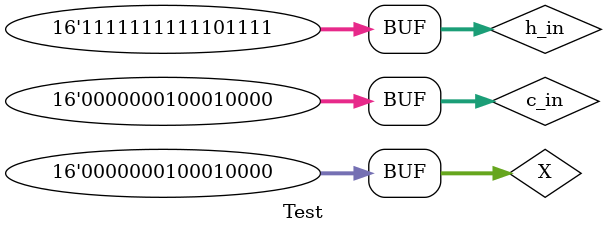
<source format=v>
`timescale 1ns / 1ps

module Test;

	// Inputs
	reg [15:0] c_in;
	reg [15:0] h_in;
	reg [15:0] X;

	// Outputs
	wire [15:0] c_out;
	wire [15:0] h_out;

	// Instantiate the Unit Under Test (UUT)
	lstm_cell uut (
		.c_in(c_in), 
		.h_in(h_in), 
		.X(X), 
		.c_out(c_out), 
		.h_out(h_out)
	);

	initial begin
		// Initialize Inputs
		c_in = 0;
		h_in = 0;
		X = 0;

		// Wait 100 ns for global reset to finish
               #200;
		X=-16'h0010;
		c_in=-16'h0100;
		h_in=16'h0001;

		$monitor("Cell State: %d, Output (After Activation):%d ",c_out,h_out);
		
		#200;
     		X=16'h0110;
		c_in=16'h0110;
		h_in=16'h0011;

		$monitor("Cell State: %d, Output (After Activation):%d ",c_out,h_out);
		
		#200;
	 	X=-16'h0110;
		c_in=16'h0110;
		h_in=16'h0011;

		$monitor("Cell State: %d, Output (After Activation):%d ",c_out,h_out);
		
		#200;
      		X=16'h0110;
		c_in=16'h0110;
		h_in=-16'h0011;

		$monitor("Cell State: %d, Output (After Activation):%d ",c_out,h_out);

	end
      
endmodule

</source>
